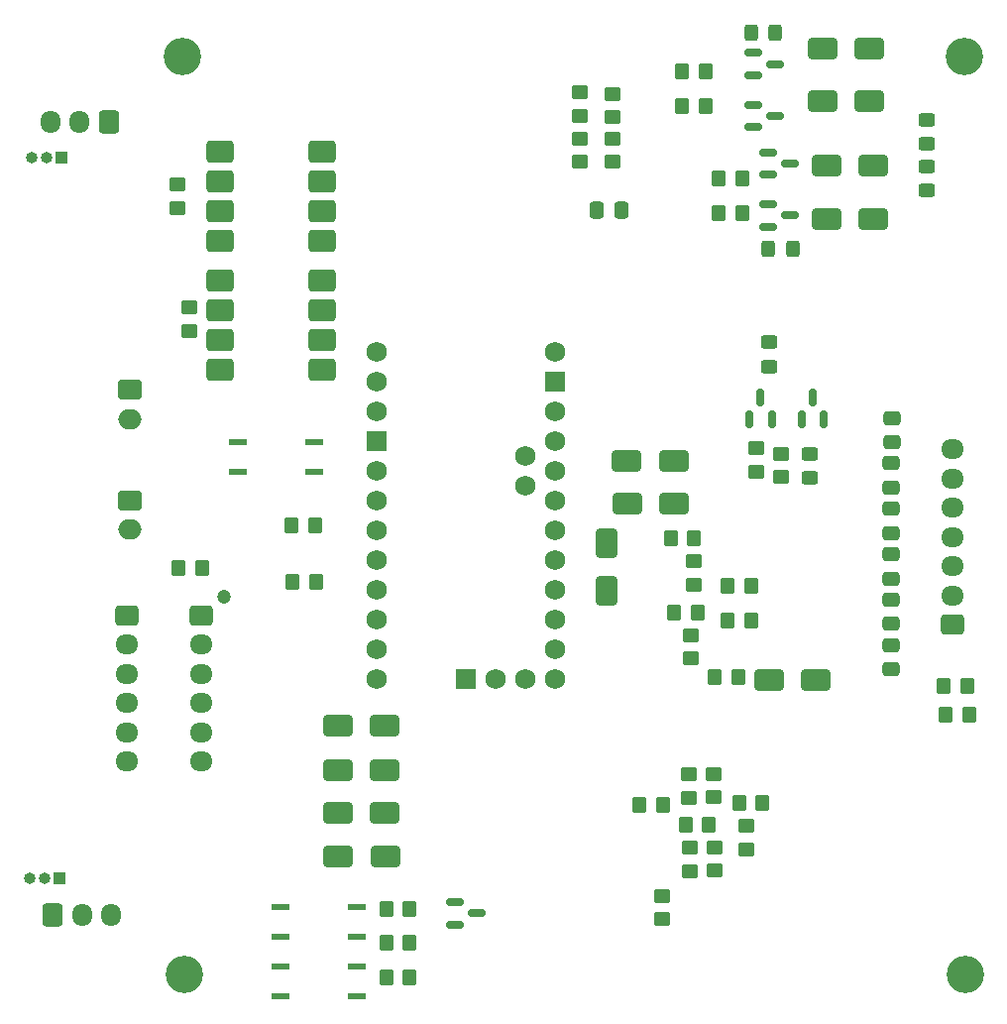
<source format=gbr>
%TF.GenerationSoftware,KiCad,Pcbnew,7.0.9*%
%TF.CreationDate,2024-02-17T17:29:27+05:30*%
%TF.ProjectId,BMS OPAMP,424d5320-4f50-4414-9d50-2e6b69636164,rev?*%
%TF.SameCoordinates,Original*%
%TF.FileFunction,Soldermask,Top*%
%TF.FilePolarity,Negative*%
%FSLAX46Y46*%
G04 Gerber Fmt 4.6, Leading zero omitted, Abs format (unit mm)*
G04 Created by KiCad (PCBNEW 7.0.9) date 2024-02-17 17:29:27*
%MOMM*%
%LPD*%
G01*
G04 APERTURE LIST*
G04 Aperture macros list*
%AMRoundRect*
0 Rectangle with rounded corners*
0 $1 Rounding radius*
0 $2 $3 $4 $5 $6 $7 $8 $9 X,Y pos of 4 corners*
0 Add a 4 corners polygon primitive as box body*
4,1,4,$2,$3,$4,$5,$6,$7,$8,$9,$2,$3,0*
0 Add four circle primitives for the rounded corners*
1,1,$1+$1,$2,$3*
1,1,$1+$1,$4,$5*
1,1,$1+$1,$6,$7*
1,1,$1+$1,$8,$9*
0 Add four rect primitives between the rounded corners*
20,1,$1+$1,$2,$3,$4,$5,0*
20,1,$1+$1,$4,$5,$6,$7,0*
20,1,$1+$1,$6,$7,$8,$9,0*
20,1,$1+$1,$8,$9,$2,$3,0*%
G04 Aperture macros list end*
%ADD10RoundRect,0.250000X0.450000X-0.350000X0.450000X0.350000X-0.450000X0.350000X-0.450000X-0.350000X0*%
%ADD11C,3.200000*%
%ADD12RoundRect,0.250000X-0.350000X-0.450000X0.350000X-0.450000X0.350000X0.450000X-0.350000X0.450000X0*%
%ADD13RoundRect,0.250000X-0.450000X0.350000X-0.450000X-0.350000X0.450000X-0.350000X0.450000X0.350000X0*%
%ADD14C,1.727200*%
%ADD15R,1.727200X1.727200*%
%ADD16RoundRect,0.250000X-0.337500X-0.475000X0.337500X-0.475000X0.337500X0.475000X-0.337500X0.475000X0*%
%ADD17RoundRect,0.250000X-0.725000X0.600000X-0.725000X-0.600000X0.725000X-0.600000X0.725000X0.600000X0*%
%ADD18O,1.950000X1.700000*%
%ADD19RoundRect,0.250000X0.475000X-0.337500X0.475000X0.337500X-0.475000X0.337500X-0.475000X-0.337500X0*%
%ADD20RoundRect,0.250000X-0.900000X-0.675000X0.900000X-0.675000X0.900000X0.675000X-0.900000X0.675000X0*%
%ADD21RoundRect,0.150000X-0.587500X-0.150000X0.587500X-0.150000X0.587500X0.150000X-0.587500X0.150000X0*%
%ADD22RoundRect,0.137500X-0.662500X-0.137500X0.662500X-0.137500X0.662500X0.137500X-0.662500X0.137500X0*%
%ADD23RoundRect,0.250000X0.600000X0.725000X-0.600000X0.725000X-0.600000X-0.725000X0.600000X-0.725000X0*%
%ADD24O,1.700000X1.950000*%
%ADD25RoundRect,0.250000X-1.000000X-0.650000X1.000000X-0.650000X1.000000X0.650000X-1.000000X0.650000X0*%
%ADD26RoundRect,0.250000X-0.325000X-0.450000X0.325000X-0.450000X0.325000X0.450000X-0.325000X0.450000X0*%
%ADD27RoundRect,0.250000X1.000000X0.650000X-1.000000X0.650000X-1.000000X-0.650000X1.000000X-0.650000X0*%
%ADD28RoundRect,0.250000X-0.450000X0.325000X-0.450000X-0.325000X0.450000X-0.325000X0.450000X0.325000X0*%
%ADD29RoundRect,0.250000X0.350000X0.450000X-0.350000X0.450000X-0.350000X-0.450000X0.350000X-0.450000X0*%
%ADD30RoundRect,0.250000X-0.750000X0.600000X-0.750000X-0.600000X0.750000X-0.600000X0.750000X0.600000X0*%
%ADD31O,2.000000X1.700000*%
%ADD32RoundRect,0.150000X0.150000X-0.587500X0.150000X0.587500X-0.150000X0.587500X-0.150000X-0.587500X0*%
%ADD33RoundRect,0.250000X0.900000X0.675000X-0.900000X0.675000X-0.900000X-0.675000X0.900000X-0.675000X0*%
%ADD34RoundRect,0.250000X0.450000X-0.325000X0.450000X0.325000X-0.450000X0.325000X-0.450000X-0.325000X0*%
%ADD35RoundRect,0.250000X0.725000X-0.600000X0.725000X0.600000X-0.725000X0.600000X-0.725000X-0.600000X0*%
%ADD36RoundRect,0.250000X0.650000X-1.000000X0.650000X1.000000X-0.650000X1.000000X-0.650000X-1.000000X0*%
%ADD37RoundRect,0.250000X-0.600000X-0.725000X0.600000X-0.725000X0.600000X0.725000X-0.600000X0.725000X0*%
%ADD38R,1.000000X1.000000*%
%ADD39O,1.000000X1.000000*%
%ADD40C,1.200000*%
G04 APERTURE END LIST*
D10*
%TO.C,R13*%
X78359000Y-92744800D03*
X78359000Y-90744800D03*
%TD*%
D11*
%TO.C,H1*%
X104216200Y-19100800D03*
%TD*%
D12*
%TO.C,R1*%
X37090600Y-62738000D03*
X39090600Y-62738000D03*
%TD*%
%TO.C,R60*%
X80111000Y-20316400D03*
X82111000Y-20316400D03*
%TD*%
%TO.C,R7*%
X54803800Y-97746400D03*
X56803800Y-97746400D03*
%TD*%
%TO.C,R44*%
X83988400Y-64287400D03*
X85988400Y-64287400D03*
%TD*%
D10*
%TO.C,R4*%
X38000000Y-42500000D03*
X38000000Y-40500000D03*
%TD*%
D13*
%TO.C,R26*%
X82854800Y-86604600D03*
X82854800Y-88604600D03*
%TD*%
D14*
%TO.C,A1*%
X69215000Y-62103000D03*
X69215000Y-59563000D03*
X69215000Y-57023000D03*
X69215000Y-54483000D03*
X66675000Y-55753000D03*
X66675000Y-53213000D03*
X64135000Y-72263000D03*
X66675000Y-72263000D03*
X53975000Y-46863000D03*
X53975000Y-44323000D03*
X53975000Y-54483000D03*
X53975000Y-57023000D03*
X53975000Y-59563000D03*
X53975000Y-62103000D03*
X53975000Y-64643000D03*
X53975000Y-67183000D03*
X53975000Y-69723000D03*
X53975000Y-72263000D03*
X69215000Y-72263000D03*
X69215000Y-69723000D03*
X69215000Y-67183000D03*
X69215000Y-64643000D03*
D15*
X53975000Y-51943000D03*
X69215000Y-46863000D03*
X61595000Y-72263000D03*
D14*
X69215000Y-44323000D03*
X53975000Y-49403000D03*
X69215000Y-49403000D03*
X69215000Y-51943000D03*
%TD*%
D16*
%TO.C,C14*%
X72812500Y-32200000D03*
X74887500Y-32200000D03*
%TD*%
D17*
%TO.C,J1*%
X32639000Y-66802000D03*
D18*
X32639000Y-69302000D03*
X32639000Y-71802000D03*
X32639000Y-74302000D03*
X32639000Y-76802000D03*
X32639000Y-79302000D03*
%TD*%
D10*
%TO.C,R53*%
X71348000Y-28051000D03*
X71348000Y-26051000D03*
%TD*%
D19*
%TO.C,C5*%
X97891600Y-67534700D03*
X97891600Y-65459700D03*
%TD*%
D20*
%TO.C,U6*%
X40650000Y-27190000D03*
X40650000Y-29730000D03*
X40650000Y-32270000D03*
X40650000Y-34810000D03*
X49350000Y-34810000D03*
X49350000Y-32270000D03*
X49350000Y-29730000D03*
X49350000Y-27190000D03*
%TD*%
D10*
%TO.C,R41*%
X81102200Y-64169800D03*
X81102200Y-62169800D03*
%TD*%
D21*
%TO.C,Q7*%
X86183900Y-23210400D03*
X86183900Y-25110400D03*
X88058900Y-24160400D03*
%TD*%
D13*
%TO.C,R40*%
X80822800Y-68494400D03*
X80822800Y-70494400D03*
%TD*%
D12*
%TO.C,R11*%
X46802800Y-63957200D03*
X48802800Y-63957200D03*
%TD*%
D13*
%TO.C,R24*%
X80721200Y-86630000D03*
X80721200Y-88630000D03*
%TD*%
D12*
%TO.C,R51*%
X102444800Y-72847200D03*
X104444800Y-72847200D03*
%TD*%
D13*
%TO.C,R3*%
X37000000Y-30000000D03*
X37000000Y-32000000D03*
%TD*%
D22*
%TO.C,U1*%
X42141000Y-51968400D03*
X42141000Y-54508400D03*
X48641000Y-54508400D03*
X48641000Y-51968400D03*
%TD*%
D23*
%TO.C,J4*%
X31115000Y-24638000D03*
D24*
X28615000Y-24638000D03*
X26115000Y-24638000D03*
%TD*%
D12*
%TO.C,R55*%
X83225800Y-32414000D03*
X85225800Y-32414000D03*
%TD*%
%TO.C,R39*%
X79111600Y-60248800D03*
X81111600Y-60248800D03*
%TD*%
D25*
%TO.C,D14*%
X92411200Y-32921800D03*
X96411200Y-32921800D03*
%TD*%
D26*
%TO.C,D25*%
X87475000Y-35500000D03*
X89525000Y-35500000D03*
%TD*%
D27*
%TO.C,D3*%
X54705000Y-83693000D03*
X50705000Y-83693000D03*
%TD*%
D10*
%TO.C,R46*%
X86381800Y-54517800D03*
X86381800Y-52517800D03*
%TD*%
D13*
%TO.C,R58*%
X71348000Y-22148800D03*
X71348000Y-24148800D03*
%TD*%
D21*
%TO.C,Q1*%
X60682900Y-91302800D03*
X60682900Y-93202800D03*
X62557900Y-92252800D03*
%TD*%
D27*
%TO.C,D4*%
X54654200Y-76200000D03*
X50654200Y-76200000D03*
%TD*%
D28*
%TO.C,D22*%
X91000000Y-52975000D03*
X91000000Y-55025000D03*
%TD*%
D29*
%TO.C,R38*%
X81416400Y-66522600D03*
X79416400Y-66522600D03*
%TD*%
%TO.C,R36*%
X84896200Y-72059800D03*
X82896200Y-72059800D03*
%TD*%
D30*
%TO.C,J7*%
X32914000Y-47518000D03*
D31*
X32914000Y-50018000D03*
%TD*%
D32*
%TO.C,Q3*%
X90286800Y-50086500D03*
X92186800Y-50086500D03*
X91236800Y-48211500D03*
%TD*%
D19*
%TO.C,C4*%
X97917000Y-63673900D03*
X97917000Y-61598900D03*
%TD*%
D21*
%TO.C,Q4*%
X87428500Y-27244000D03*
X87428500Y-29144000D03*
X89303500Y-28194000D03*
%TD*%
D25*
%TO.C,D13*%
X92411200Y-28371800D03*
X96411200Y-28371800D03*
%TD*%
D21*
%TO.C,Q5*%
X87428500Y-31694000D03*
X87428500Y-33594000D03*
X89303500Y-32644000D03*
%TD*%
D33*
%TO.C,U7*%
X49350000Y-45810000D03*
X49350000Y-43270000D03*
X49350000Y-40730000D03*
X49350000Y-38190000D03*
X40650000Y-38190000D03*
X40650000Y-40730000D03*
X40650000Y-43270000D03*
X40650000Y-45810000D03*
%TD*%
D29*
%TO.C,R21*%
X86953600Y-82854800D03*
X84953600Y-82854800D03*
%TD*%
D12*
%TO.C,R6*%
X54803800Y-94796400D03*
X56803800Y-94796400D03*
%TD*%
%TO.C,R45*%
X83988400Y-67237400D03*
X85988400Y-67237400D03*
%TD*%
D10*
%TO.C,R47*%
X88500000Y-55000000D03*
X88500000Y-53000000D03*
%TD*%
D28*
%TO.C,D23*%
X101000000Y-24475000D03*
X101000000Y-26525000D03*
%TD*%
D27*
%TO.C,D1*%
X54705000Y-80010000D03*
X50705000Y-80010000D03*
%TD*%
D25*
%TO.C,D18*%
X92055600Y-22914200D03*
X96055600Y-22914200D03*
%TD*%
D13*
%TO.C,R59*%
X74142000Y-22250400D03*
X74142000Y-24250400D03*
%TD*%
D21*
%TO.C,Q6*%
X86183900Y-18760400D03*
X86183900Y-20660400D03*
X88058900Y-19710400D03*
%TD*%
D30*
%TO.C,J8*%
X32914000Y-56968000D03*
D31*
X32914000Y-59468000D03*
%TD*%
D12*
%TO.C,R54*%
X83225800Y-29464000D03*
X85225800Y-29464000D03*
%TD*%
D19*
%TO.C,C1*%
X98018600Y-52040700D03*
X98018600Y-49965700D03*
%TD*%
%TO.C,C2*%
X97942400Y-55876100D03*
X97942400Y-53801100D03*
%TD*%
D12*
%TO.C,R23*%
X76470000Y-82981800D03*
X78470000Y-82981800D03*
%TD*%
D25*
%TO.C,D17*%
X92055600Y-18364200D03*
X96055600Y-18364200D03*
%TD*%
D34*
%TO.C,D26*%
X101000000Y-30525000D03*
X101000000Y-28475000D03*
%TD*%
D27*
%TO.C,D20*%
X91509600Y-72288400D03*
X87509600Y-72288400D03*
%TD*%
D10*
%TO.C,R22*%
X85547200Y-86801200D03*
X85547200Y-84801200D03*
%TD*%
D25*
%TO.C,D6*%
X75368400Y-53568600D03*
X79368400Y-53568600D03*
%TD*%
D12*
%TO.C,R50*%
X102606600Y-75260200D03*
X104606600Y-75260200D03*
%TD*%
D11*
%TO.C,H2*%
X104241600Y-97485200D03*
%TD*%
D19*
%TO.C,C6*%
X97891600Y-71395500D03*
X97891600Y-69320500D03*
%TD*%
D32*
%TO.C,Q2*%
X85836800Y-50086500D03*
X87736800Y-50086500D03*
X86786800Y-48211500D03*
%TD*%
D27*
%TO.C,D2*%
X54730400Y-87401400D03*
X50730400Y-87401400D03*
%TD*%
D26*
%TO.C,D24*%
X85975000Y-17000000D03*
X88025000Y-17000000D03*
%TD*%
D35*
%TO.C,J9*%
X103148800Y-67603400D03*
D18*
X103148800Y-65103400D03*
X103148800Y-62603400D03*
X103148800Y-60103400D03*
X103148800Y-57603400D03*
X103148800Y-55103400D03*
X103148800Y-52603400D03*
%TD*%
D22*
%TO.C,U2*%
X45772000Y-91744800D03*
X45772000Y-94284800D03*
X52272000Y-94284800D03*
X52272000Y-91744800D03*
%TD*%
D12*
%TO.C,R20*%
X80391000Y-84709000D03*
X82391000Y-84709000D03*
%TD*%
D10*
%TO.C,R27*%
X80619600Y-82356200D03*
X80619600Y-80356200D03*
%TD*%
%TO.C,R25*%
X82778600Y-82330800D03*
X82778600Y-80330800D03*
%TD*%
D36*
%TO.C,D19*%
X73634600Y-64661800D03*
X73634600Y-60661800D03*
%TD*%
D22*
%TO.C,U4*%
X45797400Y-96799400D03*
X45797400Y-99339400D03*
X52297400Y-99339400D03*
X52297400Y-96799400D03*
%TD*%
D10*
%TO.C,R52*%
X74116600Y-28051000D03*
X74116600Y-26051000D03*
%TD*%
D34*
%TO.C,D21*%
X87500000Y-45525000D03*
X87500000Y-43475000D03*
%TD*%
D19*
%TO.C,C3*%
X97942400Y-59787700D03*
X97942400Y-57712700D03*
%TD*%
D37*
%TO.C,J3*%
X26329000Y-92384000D03*
D24*
X28829000Y-92384000D03*
X31329000Y-92384000D03*
%TD*%
D12*
%TO.C,R5*%
X54803800Y-91846400D03*
X56803800Y-91846400D03*
%TD*%
%TO.C,R61*%
X80111000Y-23266400D03*
X82111000Y-23266400D03*
%TD*%
D29*
%TO.C,R10*%
X48726600Y-59131200D03*
X46726600Y-59131200D03*
%TD*%
D25*
%TO.C,D5*%
X75419200Y-57277000D03*
X79419200Y-57277000D03*
%TD*%
D38*
%TO.C,J6*%
X26908000Y-89281000D03*
D39*
X25638000Y-89281000D03*
X24368000Y-89281000D03*
%TD*%
D40*
%TO.C,J2*%
X40972000Y-65175000D03*
D17*
X38972000Y-66775000D03*
D18*
X38972000Y-69275000D03*
X38972000Y-71775000D03*
X38972000Y-74275000D03*
X38972000Y-76775000D03*
X38972000Y-79275000D03*
%TD*%
D11*
%TO.C,H4*%
X37566600Y-97459800D03*
%TD*%
D38*
%TO.C,J5*%
X27051000Y-27686000D03*
D39*
X25781000Y-27686000D03*
X24511000Y-27686000D03*
%TD*%
D11*
%TO.C,H3*%
X37363400Y-19100800D03*
%TD*%
M02*

</source>
